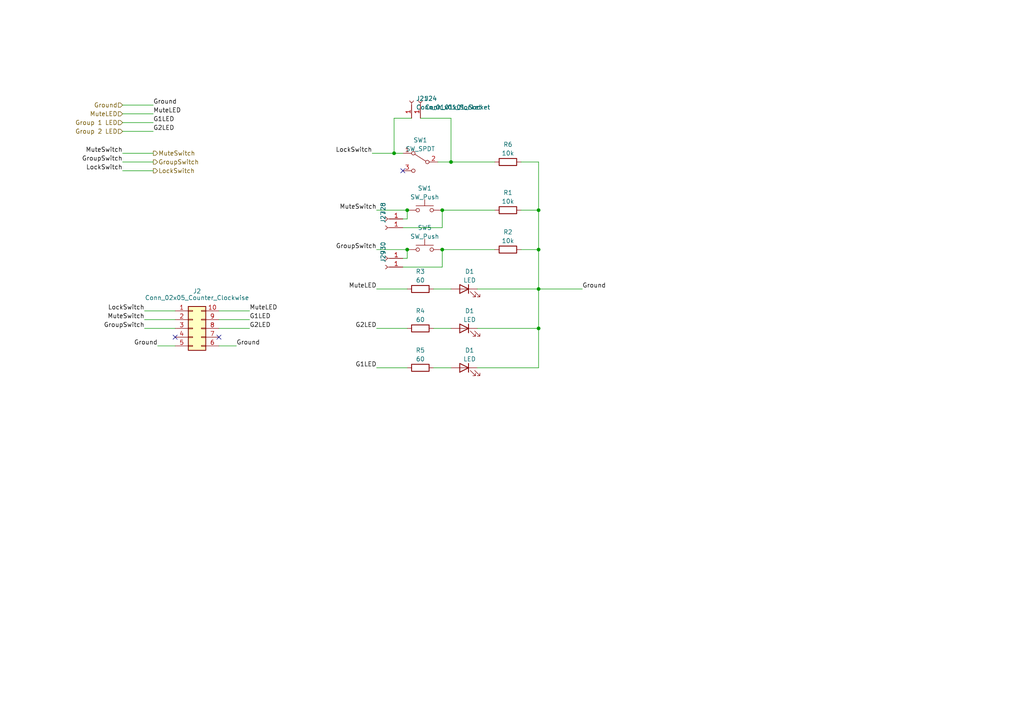
<source format=kicad_sch>
(kicad_sch (version 20230121) (generator eeschema)
  (paper "A4")
  (lib_symbols
    (symbol "Connector:Conn_01x01_Socket" (pin_names (offset 1.016) hide)
      (property "Reference" "J" (at 0 2.54 0))
      (property "Value" "Conn_01x01_Socket" (at 0 -2.54 0))
      (symbol "Conn_01x01_Socket_1_1"
        (polyline (pts (xy -1.27 0) (xy -0.508 0)) (stroke (width 0.1524)))
        (arc (start 0 0.508) (mid -0.5058 0) (end 0 -0.508) (stroke (width 0.1524)))
        (pin passive line (at -5.08 0 0) (length 3.81) (name "Pin_1") (number "1"))
      )
    )
    (symbol "Connector_Generic:Conn_02x05_Counter_Clockwise" (pin_names (offset 1.016) hide)
      (property "Reference" "J" (at 1.27 7.62 0))
      (property "Value" "Conn_02x05_Counter_Clockwise" (at 1.27 -7.62 0))
      (symbol "Conn_02x05_Counter_Clockwise_1_1"
        (rectangle (start -1.27 -4.953) (end 0 -5.207) (stroke (width 0.1524)))
        (rectangle (start -1.27 -2.413) (end 0 -2.667) (stroke (width 0.1524)))
        (rectangle (start -1.27 0.127) (end 0 -0.127) (stroke (width 0.1524)))
        (rectangle (start -1.27 2.667) (end 0 2.413) (stroke (width 0.1524)))
        (rectangle (start -1.27 5.207) (end 0 4.953) (stroke (width 0.1524)))
        (rectangle (start -1.27 6.35) (end 3.81 -6.35) (stroke (width 0.254)) (fill (type background)))
        (rectangle (start 3.81 -4.953) (end 2.54 -5.207) (stroke (width 0.1524)))
        (rectangle (start 3.81 -2.413) (end 2.54 -2.667) (stroke (width 0.1524)))
        (rectangle (start 3.81 0.127) (end 2.54 -0.127) (stroke (width 0.1524)))
        (rectangle (start 3.81 2.667) (end 2.54 2.413) (stroke (width 0.1524)))
        (rectangle (start 3.81 5.207) (end 2.54 4.953) (stroke (width 0.1524)))
        (pin passive line (at -5.08 5.08 0) (length 3.81) (name "Pin_1") (number "1"))
        (pin passive line (at 7.62 5.08 180) (length 3.81) (name "Pin_10") (number "10"))
        (pin passive line (at -5.08 2.54 0) (length 3.81) (name "Pin_2") (number "2"))
        (pin passive line (at -5.08 0 0) (length 3.81) (name "Pin_3") (number "3"))
        (pin passive line (at -5.08 -2.54 0) (length 3.81) (name "Pin_4") (number "4"))
        (pin passive line (at -5.08 -5.08 0) (length 3.81) (name "Pin_5") (number "5"))
        (pin passive line (at 7.62 -5.08 180) (length 3.81) (name "Pin_6") (number "6"))
        (pin passive line (at 7.62 -2.54 180) (length 3.81) (name "Pin_7") (number "7"))
        (pin passive line (at 7.62 0 180) (length 3.81) (name "Pin_8") (number "8"))
        (pin passive line (at 7.62 2.54 180) (length 3.81) (name "Pin_9") (number "9"))
      )
    )
    (symbol "Device:LED" (pin_numbers hide) (pin_names (offset 1.016) hide)
      (property "Reference" "D" (at 0 2.54 0))
      (property "Value" "LED" (at 0 -2.54 0))
      (symbol "LED_0_1"
        (polyline (pts (xy -1.27 -1.27) (xy -1.27 1.27)) (stroke (width 0.254)))
        (polyline (pts (xy -1.27 0) (xy 1.27 0)))
        (polyline (pts (xy 1.27 -1.27) (xy 1.27 1.27) (xy -1.27 0) (xy 1.27 -1.27)) (stroke (width 0.254)))
        (polyline (pts (xy -3.048 -0.762) (xy -4.572 -2.286) (xy -3.81 -2.286) (xy -4.572 -2.286) (xy -4.572 -1.524)))
        (polyline (pts (xy -1.778 -0.762) (xy -3.302 -2.286) (xy -2.54 -2.286) (xy -3.302 -2.286) (xy -3.302 -1.524)))
      )
      (symbol "LED_1_1"
        (pin passive line (at -3.81 0 0) (length 2.54) (name "K") (number "1"))
        (pin passive line (at 3.81 0 180) (length 2.54) (name "A") (number "2"))
      )
    )
    (symbol "Device:R" (pin_numbers hide) (pin_names (offset 0))
      (property "Reference" "R" (at 2.032 0 90))
      (property "Value" "R" (at 0 0 90))
      (symbol "R_0_1"
        (rectangle (start -1.016 -2.54) (end 1.016 2.54) (stroke (width 0.254)))
      )
      (symbol "R_1_1"
        (pin passive line (at 0 3.81 270) (length 1.27) (name "~") (number "1"))
        (pin passive line (at 0 -3.81 90) (length 1.27) (name "~") (number "2"))
      )
    )
    (symbol "Switch:SW_Push" (pin_numbers hide) (pin_names (offset 1.016) hide)
      (property "Reference" "SW" (at 1.27 2.54 0))
      (property "Value" "SW_Push" (at 0 -1.524 0))
      (symbol "SW_Push_0_1"
        (circle (center -2.032 0) (radius 0.508))
        (polyline (pts (xy 0 1.27) (xy 0 3.048)))
        (polyline (pts (xy 2.54 1.27) (xy -2.54 1.27)))
        (circle (center 2.032 0) (radius 0.508))
        (pin passive line (at -5.08 0 0) (length 2.54) (name "1") (number "1"))
        (pin passive line (at 5.08 0 180) (length 2.54) (name "2") (number "2"))
      )
    )
    (symbol "Switch:SW_SPDT" (pin_names (offset 0) hide)
      (property "Reference" "SW" (at 0 4.318 0))
      (property "Value" "SW_SPDT" (at 0 -5.08 0))
      (symbol "SW_SPDT_0_0"
        (circle (center -2.032 0) (radius 0.508))
        (circle (center 2.032 -2.54) (radius 0.508))
      )
      (symbol "SW_SPDT_0_1"
        (polyline (pts (xy -1.524 0.254) (xy 1.651 2.286)))
        (circle (center 2.032 2.54) (radius 0.508))
      )
      (symbol "SW_SPDT_1_1"
        (pin passive line (at 5.08 2.54 180) (length 2.54) (name "A") (number "1"))
        (pin passive line (at -5.08 0 0) (length 2.54) (name "B") (number "2"))
        (pin passive line (at 5.08 -2.54 180) (length 2.54) (name "C") (number "3"))
      )
    )
  )
  (junction (at 156.21 95.25))
  (junction (at 130.81 46.99))
  (junction (at 118.11 60.96))
  (junction (at 128.27 72.39))
  (junction (at 118.11 72.39))
  (junction (at 114.3 44.45))
  (junction (at 156.21 72.39))
  (junction (at 156.21 83.82))
  (junction (at 156.21 60.96))
  (junction (at 128.27 60.96))
  (no_connect (at 63.5 97.79))
  (no_connect (at 116.84 49.53))
  (no_connect (at 50.8 97.79))
  (wire (pts (xy 128.27 72.39) (xy 143.51 72.39)))
  (wire (pts (xy 125.73 106.68) (xy 130.81 106.68)))
  (wire (pts (xy 118.11 95.25) (xy 109.22 95.25)))
  (wire (pts (xy 128.27 66.04) (xy 128.27 60.96)))
  (wire (pts (xy 130.81 46.99) (xy 143.51 46.99)))
  (wire (pts (xy 130.81 34.29) (xy 130.81 46.99)))
  (wire (pts (xy 156.21 106.68) (xy 138.43 106.68)))
  (wire (pts (xy 118.11 106.68) (xy 109.22 106.68)))
  (wire (pts (xy 138.43 83.82) (xy 156.21 83.82)))
  (wire (pts (xy 125.73 83.82) (xy 130.81 83.82)))
  (wire (pts (xy 125.73 95.25) (xy 130.81 95.25)))
  (wire (pts (xy 118.11 63.5) (xy 118.11 60.96)))
  (wire (pts (xy 116.84 77.47) (xy 128.27 77.47)))
  (wire (pts (xy 128.27 60.96) (xy 143.51 60.96)))
  (wire (pts (xy 35.56 46.99) (xy 44.45 46.99)))
  (wire (pts (xy 156.21 72.39) (xy 156.21 83.82)))
  (wire (pts (xy 41.91 90.17) (xy 50.8 90.17)))
  (wire (pts (xy 109.22 72.39) (xy 118.11 72.39)))
  (wire (pts (xy 35.56 44.45) (xy 44.45 44.45)))
  (wire (pts (xy 41.91 95.25) (xy 50.8 95.25)))
  (wire (pts (xy 156.21 60.96) (xy 156.21 72.39)))
  (wire (pts (xy 151.13 46.99) (xy 156.21 46.99)))
  (wire (pts (xy 156.21 95.25) (xy 156.21 106.68)))
  (wire (pts (xy 63.5 100.33) (xy 68.58 100.33)))
  (wire (pts (xy 63.5 90.17) (xy 72.39 90.17)))
  (wire (pts (xy 35.56 49.53) (xy 44.45 49.53)))
  (wire (pts (xy 156.21 46.99) (xy 156.21 60.96)))
  (wire (pts (xy 118.11 74.93) (xy 118.11 72.39)))
  (wire (pts (xy 138.43 95.25) (xy 156.21 95.25)))
  (wire (pts (xy 35.56 38.1) (xy 44.45 38.1)))
  (wire (pts (xy 35.56 33.02) (xy 44.45 33.02)))
  (wire (pts (xy 116.84 63.5) (xy 118.11 63.5)))
  (wire (pts (xy 151.13 72.39) (xy 156.21 72.39)))
  (wire (pts (xy 121.92 34.29) (xy 130.81 34.29)))
  (wire (pts (xy 114.3 34.29) (xy 114.3 44.45)))
  (wire (pts (xy 116.84 74.93) (xy 118.11 74.93)))
  (wire (pts (xy 156.21 83.82) (xy 156.21 95.25)))
  (wire (pts (xy 50.8 100.33) (xy 45.72 100.33)))
  (wire (pts (xy 156.21 83.82) (xy 168.91 83.82)))
  (wire (pts (xy 118.11 83.82) (xy 109.22 83.82)))
  (wire (pts (xy 109.22 60.96) (xy 118.11 60.96)))
  (wire (pts (xy 114.3 44.45) (xy 116.84 44.45)))
  (wire (pts (xy 35.56 35.56) (xy 44.45 35.56)))
  (wire (pts (xy 127 46.99) (xy 130.81 46.99)))
  (wire (pts (xy 63.5 92.71) (xy 72.39 92.71)))
  (wire (pts (xy 63.5 95.25) (xy 72.39 95.25)))
  (wire (pts (xy 107.95 44.45) (xy 114.3 44.45)))
  (wire (pts (xy 41.91 92.71) (xy 50.8 92.71)))
  (wire (pts (xy 119.38 34.29) (xy 114.3 34.29)))
  (wire (pts (xy 35.56 30.48) (xy 44.45 30.48)))
  (wire (pts (xy 116.84 66.04) (xy 128.27 66.04)))
  (wire (pts (xy 128.27 77.47) (xy 128.27 72.39)))
  (wire (pts (xy 151.13 60.96) (xy 156.21 60.96)))
  (label "Ground" (at 168.91 83.82 0))
  (label "G2LED" (at 109.22 95.25 180))
  (label "LockSwitch" (at 35.56 49.53 180))
  (label "MuteSwitch" (at 109.22 60.96 180))
  (label "Ground" (at 45.72 100.33 180))
  (label "G1LED" (at 109.22 106.68 180))
  (label "GroupSwitch" (at 35.56 46.99 180))
  (label "MuteSwitch" (at 35.56 44.45 180))
  (label "G2LED" (at 44.45 38.1 0))
  (label "G1LED" (at 44.45 35.56 0))
  (label "Ground" (at 68.58 100.33 0))
  (label "GroupSwitch" (at 109.22 72.39 180))
  (label "MuteLED" (at 109.22 83.82 180))
  (label "LockSwitch" (at 107.95 44.45 180))
  (label "Ground" (at 44.45 30.48 0))
  (label "GroupSwitch" (at 41.91 95.25 180))
  (label "LockSwitch" (at 41.91 90.17 180))
  (label "G2LED" (at 72.39 95.25 0))
  (label "MuteLED" (at 72.39 90.17 0))
  (label "MuteLED" (at 44.45 33.02 0))
  (label "MuteSwitch" (at 41.91 92.71 180))
  (label "G1LED" (at 72.39 92.71 0))
  (hierarchical_label "MuteSwitch" (shape output) (at 44.45 44.45 0))
  (hierarchical_label "LockSwitch" (shape output) (at 44.45 49.53 0))
  (hierarchical_label "GroupSwitch" (shape output) (at 44.45 46.99 0))
  (hierarchical_label "MuteLED" (shape input) (at 35.56 33.02 180))
  (hierarchical_label "Ground" (shape input) (at 35.56 30.48 180))
  (hierarchical_label "Group 2 LED" (shape input) (at 35.56 38.1 180))
  (hierarchical_label "Group 1 LED" (shape input) (at 35.56 35.56 180))
  (symbol (lib_id "Device:R") (at 121.92 106.68 90) (unit 1)
    (property "Reference" "R5" (at 121.92 101.6 90))
    (property "Value" "60" (at 121.92 104.14 90))
    (property "Footprint" "Resistor_SMD:R_0805_2012Metric" (effects hide))
  )
  (symbol (lib_id "Device:R") (at 147.32 46.99 90) (unit 1)
    (property "Reference" "R6" (at 147.32 41.91 90))
    (property "Value" "10k" (at 147.32 44.45 90))
    (property "Footprint" "Resistor_SMD:R_0805_2012Metric" (effects hide))
  )
  (symbol (lib_id "Device:R") (at 121.92 83.82 90) (unit 1)
    (property "Reference" "R3" (at 121.92 78.74 90))
    (property "Value" "60" (at 121.92 81.28 90))
    (property "Footprint" "Resistor_SMD:R_0805_2012Metric" (effects hide))
  )
  (symbol (lib_id "Device:R") (at 147.32 72.39 90) (unit 1)
    (property "Reference" "R2" (at 147.32 67.31 90))
    (property "Value" "10k" (at 147.32 69.85 90))
    (property "Footprint" "Resistor_SMD:R_0805_2012Metric" (effects hide))
  )
  (symbol (lib_id "Device:LED") (at 134.62 95.25 0) (mirror y) (unit 1)
    (property "Reference" "D1" (at 136.2075 90.17 0))
    (property "Value" "LED" (at 136.2075 92.71 0))
    (property "Footprint" "LED_THT:LED_D5.0mm" (effects hide))
    (instances (project "EF_matrix" (path "" (reference "D1") (unit 1)) (path "" (reference "D2") (unit 1))))
  )
  (symbol (lib_id "Connector:Conn_01x01_Socket") (at 111.76 77.47 180) (unit 1)
    (property "Reference" "J29" (at 111.125 76.2 90) (effects (justify right)))
    (property "Value" "Conn_01x01_Socket" (effects hide))
    (property "Footprint" "Connector_Wire:SolderWire-0.75sqmm_1x01_D1.25mm_OD2.3mm" (effects hide))
  )
  (symbol (lib_id "Switch:SW_Push") (at 123.19 60.96 0) (unit 1)
    (property "Reference" "SW1" (at 123.19 54.61 0))
    (property "Value" "SW_Push" (at 123.19 57.15 0))
  )
  (symbol (lib_id "Connector:Conn_01x01_Socket") (at 121.92 29.21 90) (unit 1)
    (property "Reference" "J24" (at 123.19 28.575 90) (effects (justify right)))
    (property "Value" "Conn_01x01_Socket" (at 123.19 31.115 90) (effects (justify right)))
    (property "Footprint" "Connector_Wire:SolderWire-0.75sqmm_1x01_D1.25mm_OD2.3mm" (effects hide))
  )
  (symbol (lib_id "Connector_Generic:Conn_02x05_Counter_Clockwise") (at 55.88 95.25 0) (unit 1)
    (property "Reference" "J2" (at 57.15 84.455 0))
    (property "Value" "Conn_02x05_Counter_Clockwise" (at 57.15 86.36 0))
    (property "Footprint" "Connector_PinSocket_2.54mm:PinSocket_2x05_P2.54mm_Vertical" (effects hide))
    (instances (project "EF_matrix" (path "" (reference "J2") (unit 1)) (path "" (reference "J19") (unit 1)) (path "" (reference "J20") (unit 1))))
  )
  (symbol (lib_id "Connector:Conn_01x01_Socket") (at 111.76 74.93 180) (unit 1)
    (property "Reference" "J30" (at 111.125 73.66 90) (effects (justify right)))
    (property "Value" "Conn_01x01_Socket" (effects hide))
    (property "Footprint" "Connector_Wire:SolderWire-0.75sqmm_1x01_D1.25mm_OD2.3mm" (effects hide))
  )
  (symbol (lib_id "Connector:Conn_01x01_Socket") (at 111.76 63.5 180) (unit 1)
    (property "Reference" "J28" (at 111.125 62.23 90) (effects (justify right)))
    (property "Value" "Conn_01x01_Socket" (effects hide))
    (property "Footprint" "Connector_Wire:SolderWire-0.75sqmm_1x01_D1.25mm_OD2.3mm" (effects hide))
  )
  (symbol (lib_id "Switch:SW_Push") (at 123.19 72.39 0) (unit 1)
    (property "Reference" "SW5" (at 123.19 66.04 0))
    (property "Value" "SW_Push" (at 123.19 68.58 0))
  )
  (symbol (lib_id "Connector:Conn_01x01_Socket") (at 111.76 66.04 180) (unit 1)
    (property "Reference" "J27" (at 111.125 64.77 90) (effects (justify right)))
    (property "Value" "Conn_01x01_Socket" (effects hide))
    (property "Footprint" "Connector_Wire:SolderWire-0.75sqmm_1x01_D1.25mm_OD2.3mm" (effects hide))
  )
  (symbol (lib_id "Device:LED") (at 134.62 106.68 0) (mirror y) (unit 1)
    (property "Reference" "D1" (at 136.2075 101.6 0))
    (property "Value" "LED" (at 136.2075 104.14 0))
    (property "Footprint" "LED_THT:LED_D5.0mm" (effects hide))
  )
  (symbol (lib_id "Device:R") (at 121.92 95.25 90) (unit 1)
    (property "Reference" "R4" (at 121.92 90.17 90))
    (property "Value" "60" (at 121.92 92.71 90))
    (property "Footprint" "Resistor_SMD:R_0805_2012Metric" (effects hide))
  )
  (symbol (lib_id "Device:R") (at 147.32 60.96 90) (unit 1)
    (property "Reference" "R1" (at 147.32 55.88 90))
    (property "Value" "10k" (at 147.32 58.42 90))
    (property "Footprint" "Resistor_SMD:R_0805_2012Metric" (effects hide))
  )
  (symbol (lib_id "Device:LED") (at 134.62 83.82 0) (mirror y) (unit 1)
    (property "Reference" "D1" (at 136.2075 78.74 0))
    (property "Value" "LED" (at 136.2075 81.28 0))
    (property "Footprint" "LED_THT:LED_D5.0mm" (effects hide))
    (instances (project "EF_matrix" (path "" (reference "D1") (unit 1)) (path "" (reference "D3") (unit 1))))
  )
  (symbol (lib_id "Connector:Conn_01x01_Socket") (at 119.38 29.21 90) (unit 1)
    (property "Reference" "J21" (at 120.65 28.575 90) (effects (justify right)))
    (property "Value" "Conn_01x01_Socket" (at 120.65 31.115 90) (effects (justify right)))
    (property "Footprint" "Connector_Wire:SolderWire-0.75sqmm_1x01_D1.25mm_OD2.3mm" (effects hide))
  )
  (symbol (lib_id "Switch:SW_SPDT") (at 121.92 46.99 0) (mirror y) (unit 1)
    (property "Reference" "SW1" (at 121.92 40.64 0))
    (property "Value" "SW_SPDT" (at 121.92 43.18 0))
    (instances (project "EF_matrix" (path "" (reference "SW1") (unit 1)) (path "" (reference "SW2") (unit 1)) (path "" (reference "SW3") (unit 1)) (path "" (reference "SW6") (unit 1))))
  )
)
</source>
